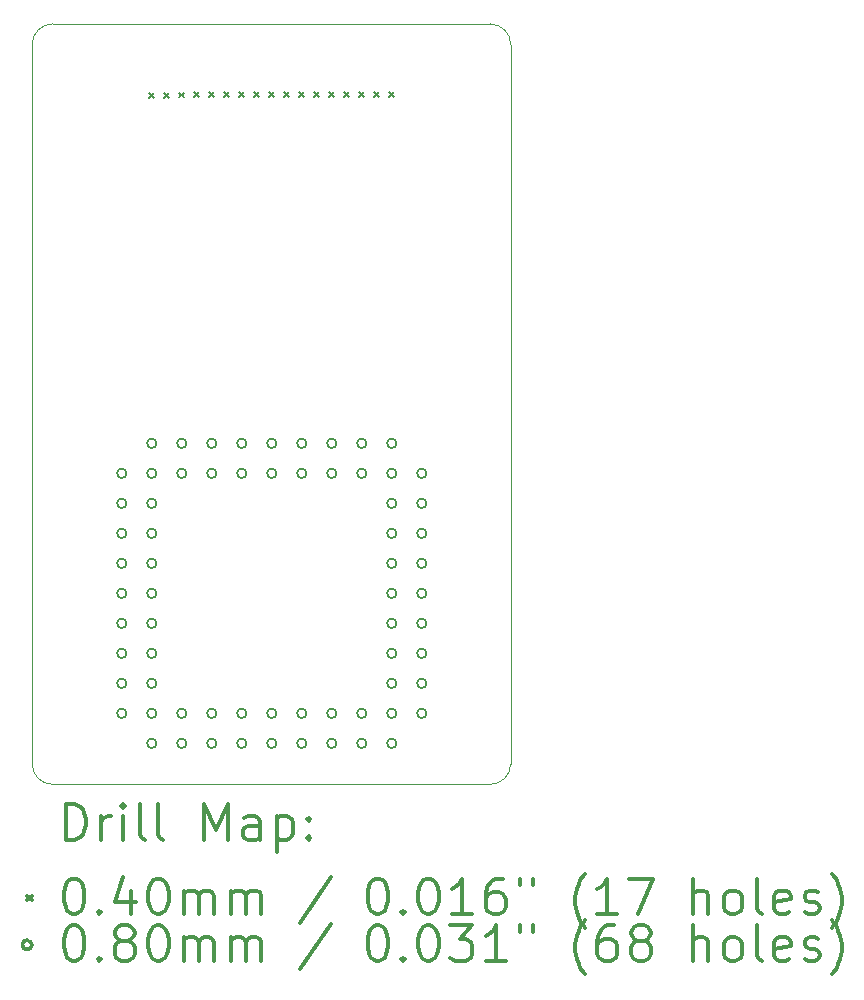
<source format=gbr>
%FSLAX45Y45*%
G04 Gerber Fmt 4.5, Leading zero omitted, Abs format (unit mm)*
G04 Created by KiCad (PCBNEW (5.1.6)-1) date 2023-06-21 17:15:14*
%MOMM*%
%LPD*%
G01*
G04 APERTURE LIST*
%TA.AperFunction,Profile*%
%ADD10C,0.050000*%
%TD*%
%ADD11C,0.200000*%
%ADD12C,0.300000*%
G04 APERTURE END LIST*
D10*
X15560548Y-7366000D02*
G75*
G02*
X15735318Y-7191230I174770J0D01*
G01*
X15734810Y-13630167D02*
G75*
G02*
X15560548Y-13456412I0J174263D01*
G01*
X19612864Y-13455378D02*
G75*
G02*
X19438094Y-13630148I-174770J0D01*
G01*
X19438602Y-7191230D02*
G75*
G02*
X19613372Y-7366000I0J-174770D01*
G01*
X19612864Y-12392660D02*
X19613372Y-7366000D01*
X15735318Y-7191230D02*
X19438602Y-7191230D01*
X15560548Y-13456412D02*
X15560548Y-7366000D01*
X19438094Y-13630148D02*
X15734810Y-13630167D01*
X19612864Y-12392660D02*
X19612864Y-13455378D01*
D11*
X16553500Y-7776276D02*
X16593500Y-7816276D01*
X16593500Y-7776276D02*
X16553500Y-7816276D01*
X16680500Y-7774752D02*
X16720500Y-7814752D01*
X16720500Y-7774752D02*
X16680500Y-7814752D01*
X16806992Y-7772720D02*
X16846992Y-7812720D01*
X16846992Y-7772720D02*
X16806992Y-7812720D01*
X16933992Y-7771704D02*
X16973992Y-7811704D01*
X16973992Y-7771704D02*
X16933992Y-7811704D01*
X17060992Y-7770688D02*
X17100992Y-7810688D01*
X17100992Y-7770688D02*
X17060992Y-7810688D01*
X17187992Y-7771704D02*
X17227992Y-7811704D01*
X17227992Y-7771704D02*
X17187992Y-7811704D01*
X17314992Y-7770688D02*
X17354992Y-7810688D01*
X17354992Y-7770688D02*
X17314992Y-7810688D01*
X17441992Y-7769672D02*
X17481992Y-7809672D01*
X17481992Y-7769672D02*
X17441992Y-7809672D01*
X17568992Y-7770180D02*
X17608992Y-7810180D01*
X17608992Y-7770180D02*
X17568992Y-7810180D01*
X17695992Y-7769672D02*
X17735992Y-7809672D01*
X17735992Y-7769672D02*
X17695992Y-7809672D01*
X17822992Y-7770180D02*
X17862992Y-7810180D01*
X17862992Y-7770180D02*
X17822992Y-7810180D01*
X17949484Y-7769672D02*
X17989484Y-7809672D01*
X17989484Y-7769672D02*
X17949484Y-7809672D01*
X18076484Y-7768656D02*
X18116484Y-7808656D01*
X18116484Y-7768656D02*
X18076484Y-7808656D01*
X18203992Y-7769164D02*
X18243992Y-7809164D01*
X18243992Y-7769164D02*
X18203992Y-7809164D01*
X18331500Y-7768148D02*
X18371500Y-7808148D01*
X18371500Y-7768148D02*
X18331500Y-7808148D01*
X18457992Y-7770180D02*
X18497992Y-7810180D01*
X18497992Y-7770180D02*
X18457992Y-7810180D01*
X18584992Y-7769164D02*
X18624992Y-7809164D01*
X18624992Y-7769164D02*
X18584992Y-7809164D01*
X16360008Y-10996168D02*
G75*
G03*
X16360008Y-10996168I-40000J0D01*
G01*
X16360008Y-11250168D02*
G75*
G03*
X16360008Y-11250168I-40000J0D01*
G01*
X16360008Y-11504168D02*
G75*
G03*
X16360008Y-11504168I-40000J0D01*
G01*
X16360008Y-11758168D02*
G75*
G03*
X16360008Y-11758168I-40000J0D01*
G01*
X16360008Y-12012168D02*
G75*
G03*
X16360008Y-12012168I-40000J0D01*
G01*
X16360008Y-12266168D02*
G75*
G03*
X16360008Y-12266168I-40000J0D01*
G01*
X16360008Y-12520168D02*
G75*
G03*
X16360008Y-12520168I-40000J0D01*
G01*
X16360008Y-12774168D02*
G75*
G03*
X16360008Y-12774168I-40000J0D01*
G01*
X16360008Y-13028168D02*
G75*
G03*
X16360008Y-13028168I-40000J0D01*
G01*
X16614008Y-10742168D02*
G75*
G03*
X16614008Y-10742168I-40000J0D01*
G01*
X16614008Y-10996168D02*
G75*
G03*
X16614008Y-10996168I-40000J0D01*
G01*
X16614008Y-11250168D02*
G75*
G03*
X16614008Y-11250168I-40000J0D01*
G01*
X16614008Y-11504168D02*
G75*
G03*
X16614008Y-11504168I-40000J0D01*
G01*
X16614008Y-11758168D02*
G75*
G03*
X16614008Y-11758168I-40000J0D01*
G01*
X16614008Y-12012168D02*
G75*
G03*
X16614008Y-12012168I-40000J0D01*
G01*
X16614008Y-12266168D02*
G75*
G03*
X16614008Y-12266168I-40000J0D01*
G01*
X16614008Y-12520168D02*
G75*
G03*
X16614008Y-12520168I-40000J0D01*
G01*
X16614008Y-12774168D02*
G75*
G03*
X16614008Y-12774168I-40000J0D01*
G01*
X16614008Y-13028168D02*
G75*
G03*
X16614008Y-13028168I-40000J0D01*
G01*
X16614008Y-13282168D02*
G75*
G03*
X16614008Y-13282168I-40000J0D01*
G01*
X16868008Y-10742168D02*
G75*
G03*
X16868008Y-10742168I-40000J0D01*
G01*
X16868008Y-10996168D02*
G75*
G03*
X16868008Y-10996168I-40000J0D01*
G01*
X16868008Y-13028168D02*
G75*
G03*
X16868008Y-13028168I-40000J0D01*
G01*
X16868008Y-13282168D02*
G75*
G03*
X16868008Y-13282168I-40000J0D01*
G01*
X17122008Y-10742168D02*
G75*
G03*
X17122008Y-10742168I-40000J0D01*
G01*
X17122008Y-10996168D02*
G75*
G03*
X17122008Y-10996168I-40000J0D01*
G01*
X17122008Y-13028168D02*
G75*
G03*
X17122008Y-13028168I-40000J0D01*
G01*
X17122008Y-13282168D02*
G75*
G03*
X17122008Y-13282168I-40000J0D01*
G01*
X17376008Y-10742168D02*
G75*
G03*
X17376008Y-10742168I-40000J0D01*
G01*
X17376008Y-10996168D02*
G75*
G03*
X17376008Y-10996168I-40000J0D01*
G01*
X17376008Y-13028168D02*
G75*
G03*
X17376008Y-13028168I-40000J0D01*
G01*
X17376008Y-13282168D02*
G75*
G03*
X17376008Y-13282168I-40000J0D01*
G01*
X17630008Y-10742168D02*
G75*
G03*
X17630008Y-10742168I-40000J0D01*
G01*
X17630008Y-10996168D02*
G75*
G03*
X17630008Y-10996168I-40000J0D01*
G01*
X17630008Y-13028168D02*
G75*
G03*
X17630008Y-13028168I-40000J0D01*
G01*
X17630008Y-13282168D02*
G75*
G03*
X17630008Y-13282168I-40000J0D01*
G01*
X17884008Y-10742168D02*
G75*
G03*
X17884008Y-10742168I-40000J0D01*
G01*
X17884008Y-10996168D02*
G75*
G03*
X17884008Y-10996168I-40000J0D01*
G01*
X17884008Y-13028168D02*
G75*
G03*
X17884008Y-13028168I-40000J0D01*
G01*
X17884008Y-13282168D02*
G75*
G03*
X17884008Y-13282168I-40000J0D01*
G01*
X18138008Y-10742168D02*
G75*
G03*
X18138008Y-10742168I-40000J0D01*
G01*
X18138008Y-10996168D02*
G75*
G03*
X18138008Y-10996168I-40000J0D01*
G01*
X18138008Y-13028168D02*
G75*
G03*
X18138008Y-13028168I-40000J0D01*
G01*
X18138008Y-13282168D02*
G75*
G03*
X18138008Y-13282168I-40000J0D01*
G01*
X18392008Y-10742168D02*
G75*
G03*
X18392008Y-10742168I-40000J0D01*
G01*
X18392008Y-10996168D02*
G75*
G03*
X18392008Y-10996168I-40000J0D01*
G01*
X18392008Y-13028168D02*
G75*
G03*
X18392008Y-13028168I-40000J0D01*
G01*
X18392008Y-13282168D02*
G75*
G03*
X18392008Y-13282168I-40000J0D01*
G01*
X18646008Y-10742168D02*
G75*
G03*
X18646008Y-10742168I-40000J0D01*
G01*
X18646008Y-10996168D02*
G75*
G03*
X18646008Y-10996168I-40000J0D01*
G01*
X18646008Y-11250168D02*
G75*
G03*
X18646008Y-11250168I-40000J0D01*
G01*
X18646008Y-11504168D02*
G75*
G03*
X18646008Y-11504168I-40000J0D01*
G01*
X18646008Y-11758168D02*
G75*
G03*
X18646008Y-11758168I-40000J0D01*
G01*
X18646008Y-12012168D02*
G75*
G03*
X18646008Y-12012168I-40000J0D01*
G01*
X18646008Y-12266168D02*
G75*
G03*
X18646008Y-12266168I-40000J0D01*
G01*
X18646008Y-12520168D02*
G75*
G03*
X18646008Y-12520168I-40000J0D01*
G01*
X18646008Y-12774168D02*
G75*
G03*
X18646008Y-12774168I-40000J0D01*
G01*
X18646008Y-13028168D02*
G75*
G03*
X18646008Y-13028168I-40000J0D01*
G01*
X18646008Y-13282168D02*
G75*
G03*
X18646008Y-13282168I-40000J0D01*
G01*
X18900008Y-10996168D02*
G75*
G03*
X18900008Y-10996168I-40000J0D01*
G01*
X18900008Y-11250168D02*
G75*
G03*
X18900008Y-11250168I-40000J0D01*
G01*
X18900008Y-11504168D02*
G75*
G03*
X18900008Y-11504168I-40000J0D01*
G01*
X18900008Y-11758168D02*
G75*
G03*
X18900008Y-11758168I-40000J0D01*
G01*
X18900008Y-12012168D02*
G75*
G03*
X18900008Y-12012168I-40000J0D01*
G01*
X18900008Y-12266168D02*
G75*
G03*
X18900008Y-12266168I-40000J0D01*
G01*
X18900008Y-12520168D02*
G75*
G03*
X18900008Y-12520168I-40000J0D01*
G01*
X18900008Y-12774168D02*
G75*
G03*
X18900008Y-12774168I-40000J0D01*
G01*
X18900008Y-13028168D02*
G75*
G03*
X18900008Y-13028168I-40000J0D01*
G01*
D12*
X15844476Y-14098381D02*
X15844476Y-13798381D01*
X15915905Y-13798381D01*
X15958762Y-13812667D01*
X15987334Y-13841239D01*
X16001619Y-13869810D01*
X16015905Y-13926953D01*
X16015905Y-13969810D01*
X16001619Y-14026953D01*
X15987334Y-14055524D01*
X15958762Y-14084096D01*
X15915905Y-14098381D01*
X15844476Y-14098381D01*
X16144476Y-14098381D02*
X16144476Y-13898381D01*
X16144476Y-13955524D02*
X16158762Y-13926953D01*
X16173048Y-13912667D01*
X16201619Y-13898381D01*
X16230191Y-13898381D01*
X16330191Y-14098381D02*
X16330191Y-13898381D01*
X16330191Y-13798381D02*
X16315905Y-13812667D01*
X16330191Y-13826953D01*
X16344476Y-13812667D01*
X16330191Y-13798381D01*
X16330191Y-13826953D01*
X16515905Y-14098381D02*
X16487334Y-14084096D01*
X16473048Y-14055524D01*
X16473048Y-13798381D01*
X16673048Y-14098381D02*
X16644476Y-14084096D01*
X16630191Y-14055524D01*
X16630191Y-13798381D01*
X17015905Y-14098381D02*
X17015905Y-13798381D01*
X17115905Y-14012667D01*
X17215905Y-13798381D01*
X17215905Y-14098381D01*
X17487334Y-14098381D02*
X17487334Y-13941239D01*
X17473048Y-13912667D01*
X17444476Y-13898381D01*
X17387334Y-13898381D01*
X17358762Y-13912667D01*
X17487334Y-14084096D02*
X17458762Y-14098381D01*
X17387334Y-14098381D01*
X17358762Y-14084096D01*
X17344476Y-14055524D01*
X17344476Y-14026953D01*
X17358762Y-13998381D01*
X17387334Y-13984096D01*
X17458762Y-13984096D01*
X17487334Y-13969810D01*
X17630191Y-13898381D02*
X17630191Y-14198381D01*
X17630191Y-13912667D02*
X17658762Y-13898381D01*
X17715905Y-13898381D01*
X17744476Y-13912667D01*
X17758762Y-13926953D01*
X17773048Y-13955524D01*
X17773048Y-14041239D01*
X17758762Y-14069810D01*
X17744476Y-14084096D01*
X17715905Y-14098381D01*
X17658762Y-14098381D01*
X17630191Y-14084096D01*
X17901619Y-14069810D02*
X17915905Y-14084096D01*
X17901619Y-14098381D01*
X17887334Y-14084096D01*
X17901619Y-14069810D01*
X17901619Y-14098381D01*
X17901619Y-13912667D02*
X17915905Y-13926953D01*
X17901619Y-13941239D01*
X17887334Y-13926953D01*
X17901619Y-13912667D01*
X17901619Y-13941239D01*
X15518048Y-14572667D02*
X15558048Y-14612667D01*
X15558048Y-14572667D02*
X15518048Y-14612667D01*
X15901619Y-14428381D02*
X15930191Y-14428381D01*
X15958762Y-14442667D01*
X15973048Y-14456953D01*
X15987334Y-14485524D01*
X16001619Y-14542667D01*
X16001619Y-14614096D01*
X15987334Y-14671239D01*
X15973048Y-14699810D01*
X15958762Y-14714096D01*
X15930191Y-14728381D01*
X15901619Y-14728381D01*
X15873048Y-14714096D01*
X15858762Y-14699810D01*
X15844476Y-14671239D01*
X15830191Y-14614096D01*
X15830191Y-14542667D01*
X15844476Y-14485524D01*
X15858762Y-14456953D01*
X15873048Y-14442667D01*
X15901619Y-14428381D01*
X16130191Y-14699810D02*
X16144476Y-14714096D01*
X16130191Y-14728381D01*
X16115905Y-14714096D01*
X16130191Y-14699810D01*
X16130191Y-14728381D01*
X16401619Y-14528381D02*
X16401619Y-14728381D01*
X16330191Y-14414096D02*
X16258762Y-14628381D01*
X16444476Y-14628381D01*
X16615905Y-14428381D02*
X16644476Y-14428381D01*
X16673048Y-14442667D01*
X16687334Y-14456953D01*
X16701619Y-14485524D01*
X16715905Y-14542667D01*
X16715905Y-14614096D01*
X16701619Y-14671239D01*
X16687334Y-14699810D01*
X16673048Y-14714096D01*
X16644476Y-14728381D01*
X16615905Y-14728381D01*
X16587334Y-14714096D01*
X16573048Y-14699810D01*
X16558762Y-14671239D01*
X16544476Y-14614096D01*
X16544476Y-14542667D01*
X16558762Y-14485524D01*
X16573048Y-14456953D01*
X16587334Y-14442667D01*
X16615905Y-14428381D01*
X16844476Y-14728381D02*
X16844476Y-14528381D01*
X16844476Y-14556953D02*
X16858762Y-14542667D01*
X16887334Y-14528381D01*
X16930191Y-14528381D01*
X16958762Y-14542667D01*
X16973048Y-14571239D01*
X16973048Y-14728381D01*
X16973048Y-14571239D02*
X16987334Y-14542667D01*
X17015905Y-14528381D01*
X17058762Y-14528381D01*
X17087334Y-14542667D01*
X17101619Y-14571239D01*
X17101619Y-14728381D01*
X17244476Y-14728381D02*
X17244476Y-14528381D01*
X17244476Y-14556953D02*
X17258762Y-14542667D01*
X17287334Y-14528381D01*
X17330191Y-14528381D01*
X17358762Y-14542667D01*
X17373048Y-14571239D01*
X17373048Y-14728381D01*
X17373048Y-14571239D02*
X17387334Y-14542667D01*
X17415905Y-14528381D01*
X17458762Y-14528381D01*
X17487334Y-14542667D01*
X17501619Y-14571239D01*
X17501619Y-14728381D01*
X18087334Y-14414096D02*
X17830191Y-14799810D01*
X18473048Y-14428381D02*
X18501619Y-14428381D01*
X18530191Y-14442667D01*
X18544476Y-14456953D01*
X18558762Y-14485524D01*
X18573048Y-14542667D01*
X18573048Y-14614096D01*
X18558762Y-14671239D01*
X18544476Y-14699810D01*
X18530191Y-14714096D01*
X18501619Y-14728381D01*
X18473048Y-14728381D01*
X18444476Y-14714096D01*
X18430191Y-14699810D01*
X18415905Y-14671239D01*
X18401619Y-14614096D01*
X18401619Y-14542667D01*
X18415905Y-14485524D01*
X18430191Y-14456953D01*
X18444476Y-14442667D01*
X18473048Y-14428381D01*
X18701619Y-14699810D02*
X18715905Y-14714096D01*
X18701619Y-14728381D01*
X18687334Y-14714096D01*
X18701619Y-14699810D01*
X18701619Y-14728381D01*
X18901619Y-14428381D02*
X18930191Y-14428381D01*
X18958762Y-14442667D01*
X18973048Y-14456953D01*
X18987334Y-14485524D01*
X19001619Y-14542667D01*
X19001619Y-14614096D01*
X18987334Y-14671239D01*
X18973048Y-14699810D01*
X18958762Y-14714096D01*
X18930191Y-14728381D01*
X18901619Y-14728381D01*
X18873048Y-14714096D01*
X18858762Y-14699810D01*
X18844476Y-14671239D01*
X18830191Y-14614096D01*
X18830191Y-14542667D01*
X18844476Y-14485524D01*
X18858762Y-14456953D01*
X18873048Y-14442667D01*
X18901619Y-14428381D01*
X19287334Y-14728381D02*
X19115905Y-14728381D01*
X19201619Y-14728381D02*
X19201619Y-14428381D01*
X19173048Y-14471239D01*
X19144476Y-14499810D01*
X19115905Y-14514096D01*
X19544476Y-14428381D02*
X19487334Y-14428381D01*
X19458762Y-14442667D01*
X19444476Y-14456953D01*
X19415905Y-14499810D01*
X19401619Y-14556953D01*
X19401619Y-14671239D01*
X19415905Y-14699810D01*
X19430191Y-14714096D01*
X19458762Y-14728381D01*
X19515905Y-14728381D01*
X19544476Y-14714096D01*
X19558762Y-14699810D01*
X19573048Y-14671239D01*
X19573048Y-14599810D01*
X19558762Y-14571239D01*
X19544476Y-14556953D01*
X19515905Y-14542667D01*
X19458762Y-14542667D01*
X19430191Y-14556953D01*
X19415905Y-14571239D01*
X19401619Y-14599810D01*
X19687334Y-14428381D02*
X19687334Y-14485524D01*
X19801619Y-14428381D02*
X19801619Y-14485524D01*
X20244476Y-14842667D02*
X20230191Y-14828381D01*
X20201619Y-14785524D01*
X20187334Y-14756953D01*
X20173048Y-14714096D01*
X20158762Y-14642667D01*
X20158762Y-14585524D01*
X20173048Y-14514096D01*
X20187334Y-14471239D01*
X20201619Y-14442667D01*
X20230191Y-14399810D01*
X20244476Y-14385524D01*
X20515905Y-14728381D02*
X20344476Y-14728381D01*
X20430191Y-14728381D02*
X20430191Y-14428381D01*
X20401619Y-14471239D01*
X20373048Y-14499810D01*
X20344476Y-14514096D01*
X20615905Y-14428381D02*
X20815905Y-14428381D01*
X20687334Y-14728381D01*
X21158762Y-14728381D02*
X21158762Y-14428381D01*
X21287334Y-14728381D02*
X21287334Y-14571239D01*
X21273048Y-14542667D01*
X21244476Y-14528381D01*
X21201619Y-14528381D01*
X21173048Y-14542667D01*
X21158762Y-14556953D01*
X21473048Y-14728381D02*
X21444476Y-14714096D01*
X21430191Y-14699810D01*
X21415905Y-14671239D01*
X21415905Y-14585524D01*
X21430191Y-14556953D01*
X21444476Y-14542667D01*
X21473048Y-14528381D01*
X21515905Y-14528381D01*
X21544476Y-14542667D01*
X21558762Y-14556953D01*
X21573048Y-14585524D01*
X21573048Y-14671239D01*
X21558762Y-14699810D01*
X21544476Y-14714096D01*
X21515905Y-14728381D01*
X21473048Y-14728381D01*
X21744476Y-14728381D02*
X21715905Y-14714096D01*
X21701619Y-14685524D01*
X21701619Y-14428381D01*
X21973048Y-14714096D02*
X21944476Y-14728381D01*
X21887334Y-14728381D01*
X21858762Y-14714096D01*
X21844476Y-14685524D01*
X21844476Y-14571239D01*
X21858762Y-14542667D01*
X21887334Y-14528381D01*
X21944476Y-14528381D01*
X21973048Y-14542667D01*
X21987334Y-14571239D01*
X21987334Y-14599810D01*
X21844476Y-14628381D01*
X22101619Y-14714096D02*
X22130191Y-14728381D01*
X22187334Y-14728381D01*
X22215905Y-14714096D01*
X22230191Y-14685524D01*
X22230191Y-14671239D01*
X22215905Y-14642667D01*
X22187334Y-14628381D01*
X22144476Y-14628381D01*
X22115905Y-14614096D01*
X22101619Y-14585524D01*
X22101619Y-14571239D01*
X22115905Y-14542667D01*
X22144476Y-14528381D01*
X22187334Y-14528381D01*
X22215905Y-14542667D01*
X22330191Y-14842667D02*
X22344476Y-14828381D01*
X22373048Y-14785524D01*
X22387334Y-14756953D01*
X22401619Y-14714096D01*
X22415905Y-14642667D01*
X22415905Y-14585524D01*
X22401619Y-14514096D01*
X22387334Y-14471239D01*
X22373048Y-14442667D01*
X22344476Y-14399810D01*
X22330191Y-14385524D01*
X15558048Y-14988667D02*
G75*
G03*
X15558048Y-14988667I-40000J0D01*
G01*
X15901619Y-14824381D02*
X15930191Y-14824381D01*
X15958762Y-14838667D01*
X15973048Y-14852953D01*
X15987334Y-14881524D01*
X16001619Y-14938667D01*
X16001619Y-15010096D01*
X15987334Y-15067239D01*
X15973048Y-15095810D01*
X15958762Y-15110096D01*
X15930191Y-15124381D01*
X15901619Y-15124381D01*
X15873048Y-15110096D01*
X15858762Y-15095810D01*
X15844476Y-15067239D01*
X15830191Y-15010096D01*
X15830191Y-14938667D01*
X15844476Y-14881524D01*
X15858762Y-14852953D01*
X15873048Y-14838667D01*
X15901619Y-14824381D01*
X16130191Y-15095810D02*
X16144476Y-15110096D01*
X16130191Y-15124381D01*
X16115905Y-15110096D01*
X16130191Y-15095810D01*
X16130191Y-15124381D01*
X16315905Y-14952953D02*
X16287334Y-14938667D01*
X16273048Y-14924381D01*
X16258762Y-14895810D01*
X16258762Y-14881524D01*
X16273048Y-14852953D01*
X16287334Y-14838667D01*
X16315905Y-14824381D01*
X16373048Y-14824381D01*
X16401619Y-14838667D01*
X16415905Y-14852953D01*
X16430191Y-14881524D01*
X16430191Y-14895810D01*
X16415905Y-14924381D01*
X16401619Y-14938667D01*
X16373048Y-14952953D01*
X16315905Y-14952953D01*
X16287334Y-14967239D01*
X16273048Y-14981524D01*
X16258762Y-15010096D01*
X16258762Y-15067239D01*
X16273048Y-15095810D01*
X16287334Y-15110096D01*
X16315905Y-15124381D01*
X16373048Y-15124381D01*
X16401619Y-15110096D01*
X16415905Y-15095810D01*
X16430191Y-15067239D01*
X16430191Y-15010096D01*
X16415905Y-14981524D01*
X16401619Y-14967239D01*
X16373048Y-14952953D01*
X16615905Y-14824381D02*
X16644476Y-14824381D01*
X16673048Y-14838667D01*
X16687334Y-14852953D01*
X16701619Y-14881524D01*
X16715905Y-14938667D01*
X16715905Y-15010096D01*
X16701619Y-15067239D01*
X16687334Y-15095810D01*
X16673048Y-15110096D01*
X16644476Y-15124381D01*
X16615905Y-15124381D01*
X16587334Y-15110096D01*
X16573048Y-15095810D01*
X16558762Y-15067239D01*
X16544476Y-15010096D01*
X16544476Y-14938667D01*
X16558762Y-14881524D01*
X16573048Y-14852953D01*
X16587334Y-14838667D01*
X16615905Y-14824381D01*
X16844476Y-15124381D02*
X16844476Y-14924381D01*
X16844476Y-14952953D02*
X16858762Y-14938667D01*
X16887334Y-14924381D01*
X16930191Y-14924381D01*
X16958762Y-14938667D01*
X16973048Y-14967239D01*
X16973048Y-15124381D01*
X16973048Y-14967239D02*
X16987334Y-14938667D01*
X17015905Y-14924381D01*
X17058762Y-14924381D01*
X17087334Y-14938667D01*
X17101619Y-14967239D01*
X17101619Y-15124381D01*
X17244476Y-15124381D02*
X17244476Y-14924381D01*
X17244476Y-14952953D02*
X17258762Y-14938667D01*
X17287334Y-14924381D01*
X17330191Y-14924381D01*
X17358762Y-14938667D01*
X17373048Y-14967239D01*
X17373048Y-15124381D01*
X17373048Y-14967239D02*
X17387334Y-14938667D01*
X17415905Y-14924381D01*
X17458762Y-14924381D01*
X17487334Y-14938667D01*
X17501619Y-14967239D01*
X17501619Y-15124381D01*
X18087334Y-14810096D02*
X17830191Y-15195810D01*
X18473048Y-14824381D02*
X18501619Y-14824381D01*
X18530191Y-14838667D01*
X18544476Y-14852953D01*
X18558762Y-14881524D01*
X18573048Y-14938667D01*
X18573048Y-15010096D01*
X18558762Y-15067239D01*
X18544476Y-15095810D01*
X18530191Y-15110096D01*
X18501619Y-15124381D01*
X18473048Y-15124381D01*
X18444476Y-15110096D01*
X18430191Y-15095810D01*
X18415905Y-15067239D01*
X18401619Y-15010096D01*
X18401619Y-14938667D01*
X18415905Y-14881524D01*
X18430191Y-14852953D01*
X18444476Y-14838667D01*
X18473048Y-14824381D01*
X18701619Y-15095810D02*
X18715905Y-15110096D01*
X18701619Y-15124381D01*
X18687334Y-15110096D01*
X18701619Y-15095810D01*
X18701619Y-15124381D01*
X18901619Y-14824381D02*
X18930191Y-14824381D01*
X18958762Y-14838667D01*
X18973048Y-14852953D01*
X18987334Y-14881524D01*
X19001619Y-14938667D01*
X19001619Y-15010096D01*
X18987334Y-15067239D01*
X18973048Y-15095810D01*
X18958762Y-15110096D01*
X18930191Y-15124381D01*
X18901619Y-15124381D01*
X18873048Y-15110096D01*
X18858762Y-15095810D01*
X18844476Y-15067239D01*
X18830191Y-15010096D01*
X18830191Y-14938667D01*
X18844476Y-14881524D01*
X18858762Y-14852953D01*
X18873048Y-14838667D01*
X18901619Y-14824381D01*
X19101619Y-14824381D02*
X19287334Y-14824381D01*
X19187334Y-14938667D01*
X19230191Y-14938667D01*
X19258762Y-14952953D01*
X19273048Y-14967239D01*
X19287334Y-14995810D01*
X19287334Y-15067239D01*
X19273048Y-15095810D01*
X19258762Y-15110096D01*
X19230191Y-15124381D01*
X19144476Y-15124381D01*
X19115905Y-15110096D01*
X19101619Y-15095810D01*
X19573048Y-15124381D02*
X19401619Y-15124381D01*
X19487334Y-15124381D02*
X19487334Y-14824381D01*
X19458762Y-14867239D01*
X19430191Y-14895810D01*
X19401619Y-14910096D01*
X19687334Y-14824381D02*
X19687334Y-14881524D01*
X19801619Y-14824381D02*
X19801619Y-14881524D01*
X20244476Y-15238667D02*
X20230191Y-15224381D01*
X20201619Y-15181524D01*
X20187334Y-15152953D01*
X20173048Y-15110096D01*
X20158762Y-15038667D01*
X20158762Y-14981524D01*
X20173048Y-14910096D01*
X20187334Y-14867239D01*
X20201619Y-14838667D01*
X20230191Y-14795810D01*
X20244476Y-14781524D01*
X20487334Y-14824381D02*
X20430191Y-14824381D01*
X20401619Y-14838667D01*
X20387334Y-14852953D01*
X20358762Y-14895810D01*
X20344476Y-14952953D01*
X20344476Y-15067239D01*
X20358762Y-15095810D01*
X20373048Y-15110096D01*
X20401619Y-15124381D01*
X20458762Y-15124381D01*
X20487334Y-15110096D01*
X20501619Y-15095810D01*
X20515905Y-15067239D01*
X20515905Y-14995810D01*
X20501619Y-14967239D01*
X20487334Y-14952953D01*
X20458762Y-14938667D01*
X20401619Y-14938667D01*
X20373048Y-14952953D01*
X20358762Y-14967239D01*
X20344476Y-14995810D01*
X20687334Y-14952953D02*
X20658762Y-14938667D01*
X20644476Y-14924381D01*
X20630191Y-14895810D01*
X20630191Y-14881524D01*
X20644476Y-14852953D01*
X20658762Y-14838667D01*
X20687334Y-14824381D01*
X20744476Y-14824381D01*
X20773048Y-14838667D01*
X20787334Y-14852953D01*
X20801619Y-14881524D01*
X20801619Y-14895810D01*
X20787334Y-14924381D01*
X20773048Y-14938667D01*
X20744476Y-14952953D01*
X20687334Y-14952953D01*
X20658762Y-14967239D01*
X20644476Y-14981524D01*
X20630191Y-15010096D01*
X20630191Y-15067239D01*
X20644476Y-15095810D01*
X20658762Y-15110096D01*
X20687334Y-15124381D01*
X20744476Y-15124381D01*
X20773048Y-15110096D01*
X20787334Y-15095810D01*
X20801619Y-15067239D01*
X20801619Y-15010096D01*
X20787334Y-14981524D01*
X20773048Y-14967239D01*
X20744476Y-14952953D01*
X21158762Y-15124381D02*
X21158762Y-14824381D01*
X21287334Y-15124381D02*
X21287334Y-14967239D01*
X21273048Y-14938667D01*
X21244476Y-14924381D01*
X21201619Y-14924381D01*
X21173048Y-14938667D01*
X21158762Y-14952953D01*
X21473048Y-15124381D02*
X21444476Y-15110096D01*
X21430191Y-15095810D01*
X21415905Y-15067239D01*
X21415905Y-14981524D01*
X21430191Y-14952953D01*
X21444476Y-14938667D01*
X21473048Y-14924381D01*
X21515905Y-14924381D01*
X21544476Y-14938667D01*
X21558762Y-14952953D01*
X21573048Y-14981524D01*
X21573048Y-15067239D01*
X21558762Y-15095810D01*
X21544476Y-15110096D01*
X21515905Y-15124381D01*
X21473048Y-15124381D01*
X21744476Y-15124381D02*
X21715905Y-15110096D01*
X21701619Y-15081524D01*
X21701619Y-14824381D01*
X21973048Y-15110096D02*
X21944476Y-15124381D01*
X21887334Y-15124381D01*
X21858762Y-15110096D01*
X21844476Y-15081524D01*
X21844476Y-14967239D01*
X21858762Y-14938667D01*
X21887334Y-14924381D01*
X21944476Y-14924381D01*
X21973048Y-14938667D01*
X21987334Y-14967239D01*
X21987334Y-14995810D01*
X21844476Y-15024381D01*
X22101619Y-15110096D02*
X22130191Y-15124381D01*
X22187334Y-15124381D01*
X22215905Y-15110096D01*
X22230191Y-15081524D01*
X22230191Y-15067239D01*
X22215905Y-15038667D01*
X22187334Y-15024381D01*
X22144476Y-15024381D01*
X22115905Y-15010096D01*
X22101619Y-14981524D01*
X22101619Y-14967239D01*
X22115905Y-14938667D01*
X22144476Y-14924381D01*
X22187334Y-14924381D01*
X22215905Y-14938667D01*
X22330191Y-15238667D02*
X22344476Y-15224381D01*
X22373048Y-15181524D01*
X22387334Y-15152953D01*
X22401619Y-15110096D01*
X22415905Y-15038667D01*
X22415905Y-14981524D01*
X22401619Y-14910096D01*
X22387334Y-14867239D01*
X22373048Y-14838667D01*
X22344476Y-14795810D01*
X22330191Y-14781524D01*
M02*

</source>
